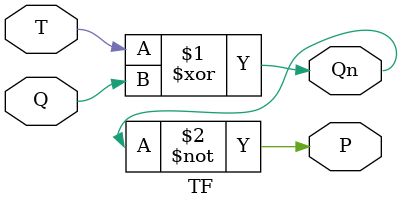
<source format=v>
module TF(output Qn,P,input T,Q);
assign Qn=T^Q;
assign P=~Qn;
endmodule

</source>
